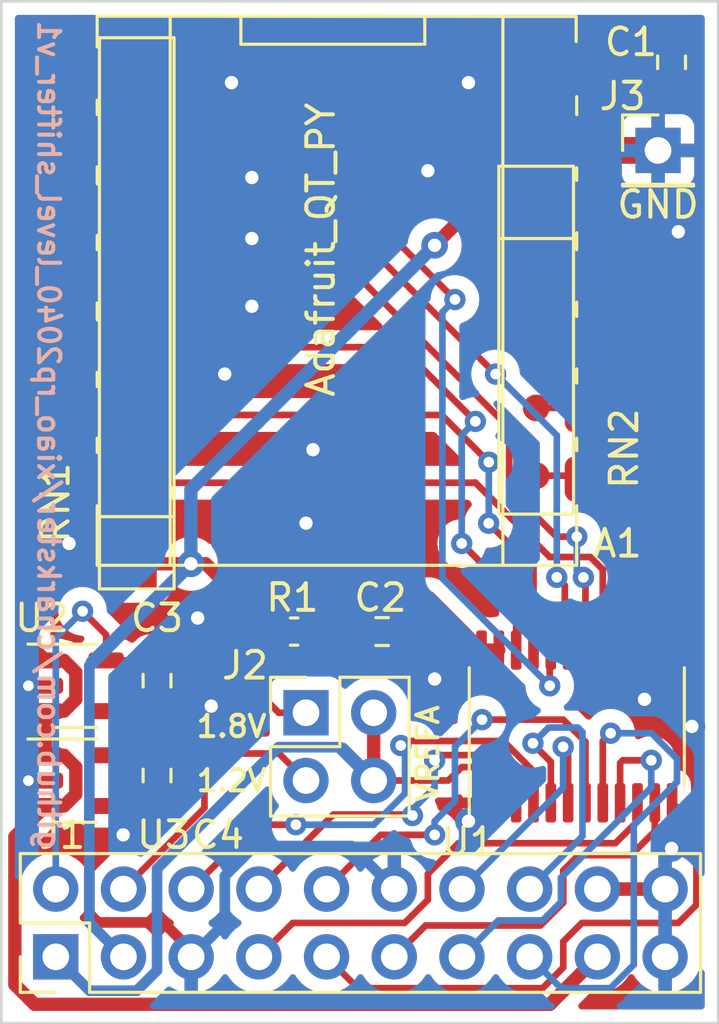
<source format=kicad_pcb>
(kicad_pcb (version 20211014) (generator pcbnew)
  (layers (0 "F.Cu" signal) (31 "B.Cu" signal) (34 "B.Paste" user) (35 "F.Paste" user) (36 "B.SilkS" user "B.Silkscreen") (37 "F.SilkS" user "F.Silkscreen") (38 "B.Mask" user) (39 "F.Mask" user) (44 "Edge.Cuts" user))
  (net 0 "")
  (net 1 "+5V")
  (net 2 "GND")
  (net 3 "+3V3")
  (net 4 "/D10_3V3")
  (net 5 "/D9_3V3")
  (net 6 "/D8_3V3")
  (net 7 "/D7_3V3")
  (net 8 "/D6_3V3")
  (net 9 "/SCL_3V3")
  (net 10 "/SDA_3V3")
  (net 11 "/D3_3V3")
  (net 12 "/D2_3V3")
  (net 13 "/D1_3V3")
  (net 14 "/D0_3V3")
  (net 15 "/VREFB")
  (net 16 "/VREFA")
  (net 17 "/SDA_LV")
  (net 18 "/SCL_LV")
  (net 19 "/D1_LV")
  (net 20 "/D2_LV")
  (net 21 "/D3_LV")
  (net 22 "/D6_LV")
  (net 23 "/D7_LV")
  (net 24 "/D8_LV")
  (net 25 "/D9_LV")
  (net 26 "/D10_LV")
  (net 29 "+1V8")
  (net 30 "+1V2")
  (footprint "Capacitor_SMD:C_0603_1608Metric" (layer "F.Cu") (at 169.989 97.028)
    (fp_text reference "R1" (at -0.063 -1.27) (layer "F.SilkS"))
    (fp_text value "200k" hide)
    (fp_line (start -0.14058 -0.51) (end 0.14058 -0.51) (layer "F.SilkS") (width 0.12))
    (fp_line (start -0.14058 0.51) (end 0.14058 0.51) (layer "F.SilkS") (width 0.12))
    (pad "1" smd roundrect (at -0.775 0) (size 0.9 0.95) (layers "F.Cu" "F.Paste" "F.Mask") (net 3 "+3V3"))
    (pad "2" smd roundrect (at 0.775 0) (size 0.9 0.95) (layers "F.Cu" "F.Paste" "F.Mask") (net 15 "/VREFB"))
  )
  (footprint "xiao_level_shifter_v1:R_Array_SMT5" (layer "F.Cu") (at 179.07 81.026 -90)
    (fp_text reference "RN2" (at 9.144 -3.302 90) (layer "F.SilkS"))
    (fp_text value "R_Network04" hide)
    (fp_line (start 11.6 1.4) (end 11.6 -1.4) (layer "F.SilkS") (width 0.12))
    (fp_line (start 1.27 -1.4) (end 1.27 1.4) (layer "F.SilkS") (width 0.12))
    (fp_line (start -1.44 -1.4) (end -1.44 1.4) (layer "F.SilkS") (width 0.12))
    (fp_line (start -1.44 1.4) (end 11.6 1.4) (layer "F.SilkS") (width 0.12))
    (fp_line (start 11.6 -1.4) (end -1.44 -1.4) (layer "F.SilkS") (width 0.12))
    (pad "1" smd rect (at 0 0 270) (size 1 1) (layers "F.Cu" "F.Paste" "F.Mask") (net 3 "+3V3"))
    (pad "2" smd oval (at 2.54 0 270) (size 1 1) (layers "F.Cu" "F.Paste" "F.Mask") (net 4 "/D10_3V3"))
    (pad "3" smd oval (at 5.08 0 270) (size 1 1) (layers "F.Cu" "F.Paste" "F.Mask") (net 5 "/D9_3V3"))
    (pad "4" smd oval (at 7.62 0 270) (size 1 1) (layers "F.Cu" "F.Paste" "F.Mask") (net 6 "/D8_3V3"))
    (pad "5" smd oval (at 10.16 0 270) (size 1 1) (layers "F.Cu" "F.Paste" "F.Mask") (net 7 "/D7_3V3"))
  )
  (footprint "Connector_PinHeader_2.54mm:PinHeader_1x01_P2.54mm_Vertical" (layer "F.Cu") (at 183.642 78.994)
    (fp_text reference "J3" (at -1.33 -2.032) (layer "F.SilkS"))
    (fp_text value "Conn_01x01" hide)
    (fp_line (start -1.33 1.33) (end 1.33 1.33) (layer "F.SilkS") (width 0.12))
    (fp_line (start -1.33 1.27) (end 1.33 1.27) (layer "F.SilkS") (width 0.12))
    (fp_line (start -1.33 1.27) (end -1.33 1.33) (layer "F.SilkS") (width 0.12))
    (fp_line (start -1.33 -1.33) (end 0 -1.33) (layer "F.SilkS") (width 0.12))
    (fp_line (start -1.33 0) (end -1.33 -1.33) (layer "F.SilkS") (width 0.12))
    (fp_line (start 1.33 1.27) (end 1.33 1.33) (layer "F.SilkS") (width 0.12))
    (pad "1" thru_hole rect (at 0 0) (size 1.7 1.7) (drill 1) (layers *.Cu *.Mask) (net 2 "GND"))
  )
  (footprint "Connector_PinHeader_2.54mm:PinHeader_2x02_P2.54mm_Vertical" (layer "F.Cu") (at 170.434 100.071)
    (fp_text reference "J2" (at -2.286 -1.773) (layer "F.SilkS"))
    (fp_text value "Conn_02x02_Odd_Even" hide)
    (fp_line (start -1.33 -1.33) (end 0 -1.33) (layer "F.SilkS") (width 0.12))
    (fp_line (start -1.33 1.27) (end 1.27 1.27) (layer "F.SilkS") (width 0.12))
    (fp_line (start -1.33 0) (end -1.33 -1.33) (layer "F.SilkS") (width 0.12))
    (fp_line (start -1.33 3.87) (end 3.87 3.87) (layer "F.SilkS") (width 0.12))
    (fp_line (start 1.27 1.27) (end 1.27 -1.33) (layer "F.SilkS") (width 0.12))
    (fp_line (start -1.33 1.27) (end -1.33 3.87) (layer "F.SilkS") (width 0.12))
    (fp_line (start 1.27 -1.33) (end 3.87 -1.33) (layer "F.SilkS") (width 0.12))
    (fp_line (start 3.87 -1.33) (end 3.87 3.87) (layer "F.SilkS") (width 0.12))
    (pad "1" thru_hole rect (at 0 0) (size 1.7 1.7) (drill 1) (layers *.Cu *.Mask) (net 29 "+1V8"))
    (pad "2" thru_hole oval (at 2.54 0) (size 1.7 1.7) (drill 1) (layers *.Cu *.Mask) (net 16 "/VREFA"))
    (pad "3" thru_hole oval (at 0 2.54) (size 1.7 1.7) (drill 1) (layers *.Cu *.Mask) (net 30 "+1V2"))
    (pad "4" thru_hole oval (at 2.54 2.54) (size 1.7 1.7) (drill 1) (layers *.Cu *.Mask) (net 16 "/VREFA"))
  )
  (footprint "Resistor_SMD:R_0603_1608Metric" (layer "F.Cu") (at 184.15 75.692 -90)
    (fp_text reference "C1" (at -0.762 1.524) (layer "F.SilkS"))
    (fp_text value "10uF" hide)
    (fp_line (start -0.237258 -0.5225) (end 0.237258 -0.5225) (layer "F.SilkS") (width 0.12))
    (fp_line (start -0.237258 0.5225) (end 0.237258 0.5225) (layer "F.SilkS") (width 0.12))
    (pad "1" smd roundrect (at -0.825 0 270) (size 0.8 0.95) (layers "F.Cu" "F.Paste" "F.Mask") (net 1 "+5V"))
    (pad "2" smd roundrect (at 0.825 0 270) (size 0.8 0.95) (layers "F.Cu" "F.Paste" "F.Mask") (net 2 "GND"))
  )
  (footprint "Connector_PinHeader_2.54mm:PinHeader_2x10_P2.54mm_Vertical" (layer "F.Cu") (at 161.046 109.22 90)
    (fp_text reference "J1" (at 4.572 0.244) (layer "F.SilkS"))
    (fp_text value "Conn_02x10_Odd_Even" hide)
    (fp_line (start -1.33 -1.33) (end 0 -1.33) (layer "F.SilkS") (width 0.12))
    (fp_line (start -1.33 24.19) (end 3.87 24.19) (layer "F.SilkS") (width 0.12))
    (fp_line (start -1.33 0) (end -1.33 -1.33) (layer "F.SilkS") (width 0.12))
    (fp_line (start 3.87 -1.33) (end 3.87 24.19) (layer "F.SilkS") (width 0.12))
    (fp_line (start -1.33 1.27) (end -1.33 24.19) (layer "F.SilkS") (width 0.12))
    (fp_line (start 1.27 1.27) (end 1.27 -1.33) (layer "F.SilkS") (width 0.12))
    (fp_line (start -1.33 1.27) (end 1.27 1.27) (layer "F.SilkS") (width 0.12))
    (fp_line (start 1.27 -1.33) (end 3.87 -1.33) (layer "F.SilkS") (width 0.12))
    (pad "1" thru_hole rect (at 0 0 90) (size 1.7 1.7) (drill 1) (layers *.Cu *.Mask) (net 16 "/VREFA"))
    (pad "2" thru_hole oval (at 2.54 0 90) (size 1.7 1.7) (drill 1) (layers *.Cu *.Mask) (net 29 "+1V8"))
    (pad "3" thru_hole oval (at 0 2.54 90) (size 1.7 1.7) (drill 1) (layers *.Cu *.Mask) (net 3 "+3V3"))
    (pad "4" thru_hole oval (at 2.54 2.54 90) (size 1.7 1.7) (drill 1) (layers *.Cu *.Mask) (net 30 "+1V2"))
    (pad "5" thru_hole oval (at 0 5.08 90) (size 1.7 1.7) (drill 1) (layers *.Cu *.Mask) (net 2 "GND"))
    (pad "6" thru_hole oval (at 2.54 5.08 90) (size 1.7 1.7) (drill 1) (layers *.Cu *.Mask) (net 18 "/SCL_LV"))
    (pad "7" thru_hole oval (at 0 7.62 90) (size 1.7 1.7) (drill 1) (layers *.Cu *.Mask) (net 24 "/D8_LV"))
    (pad "8" thru_hole oval (at 2.54 7.62 90) (size 1.7 1.7) (drill 1) (layers *.Cu *.Mask) (net 17 "/SDA_LV"))
    (pad "9" thru_hole oval (at 0 10.16 90) (size 1.7 1.7) (drill 1) (layers *.Cu *.Mask) (net 26 "/D10_LV"))
    (pad "10" thru_hole oval (at 2.54 10.16 90) (size 1.7 1.7) (drill 1) (layers *.Cu *.Mask) (net 21 "/D3_LV"))
    (pad "11" thru_hole oval (at 0 12.7 90) (size 1.7 1.7) (drill 1) (layers *.Cu *.Mask) (net 25 "/D9_LV"))
    (pad "12" thru_hole oval (at 2.54 12.7 90) (size 1.7 1.7) (drill 1) (layers *.Cu *.Mask) (net 2 "GND"))
    (pad "13" thru_hole oval (at 0 15.24 90) (size 1.7 1.7) (drill 1) (layers *.Cu *.Mask) (net 23 "/D7_LV"))
    (pad "14" thru_hole oval (at 2.54 15.24 90) (size 1.7 1.7) (drill 1) (layers *.Cu *.Mask) (net 20 "/D2_LV"))
    (pad "15" thru_hole oval (at 0 17.78 90) (size 1.7 1.7) (drill 1) (layers *.Cu *.Mask) (net 22 "/D6_LV"))
    (pad "16" thru_hole oval (at 2.54 17.78 90) (size 1.7 1.7) (drill 1) (layers *.Cu *.Mask) (net 19 "/D1_LV"))
    (pad "17" thru_hole oval (at 0 20.32 90) (size 1.7 1.7) (drill 1) (layers *.Cu *.Mask) (net 1 "+5V"))
    (pad "18" thru_hole oval (at 2.54 20.32 90) (size 1.7 1.7) (drill 1) (layers *.Cu *.Mask) (net 2 "GND"))
    (pad "19" thru_hole oval (at 0 22.86 90) (size 1.7 1.7) (drill 1) (layers *.Cu *.Mask) (net 2 "GND"))
    (pad "20" thru_hole oval (at 2.54 22.86 90) (size 1.7 1.7) (drill 1) (layers *.Cu *.Mask) (net 2 "GND"))
  )
  (footprint "Resistor_SMD:R_0603_1608Metric" (layer "F.Cu") (at 173.291 97.028)
    (fp_text reference "C2" (at -0.063 -1.27) (layer "F.SilkS"))
    (fp_text value "100pF" hide)
    (fp_line (start -0.237258 -0.5225) (end 0.237258 -0.5225) (layer "F.SilkS") (width 0.12))
    (fp_line (start -0.237258 0.5225) (end 0.237258 0.5225) (layer "F.SilkS") (width 0.12))
    (pad "1" smd roundrect (at -0.825 0) (size 0.8 0.95) (layers "F.Cu" "F.Paste" "F.Mask") (net 15 "/VREFB"))
    (pad "2" smd roundrect (at 0.825 0) (size 0.8 0.95) (layers "F.Cu" "F.Paste" "F.Mask") (net 2 "GND"))
  )
  (footprint "xiao_level_shifter_v1:R_Array_SMT8" (layer "F.Cu") (at 164.084 93.99 90)
    (fp_text reference "RN1" (at 1.788 -3.048 90) (layer "F.SilkS"))
    (fp_text value "R_Network07" hide)
    (fp_line (start 1.27 -1.4) (end 1.27 1.4) (layer "F.SilkS") (width 0.12))
    (fp_line (start 19.22 1.4) (end 19.22 -1.4) (layer "F.SilkS") (width 0.12))
    (fp_line (start -1.44 1.4) (end 19.22 1.4) (layer "F.SilkS") (width 0.12))
    (fp_line (start -1.44 -1.4) (end -1.44 1.4) (layer "F.SilkS") (width 0.12))
    (fp_line (start 19.22 -1.4) (end -1.44 -1.4) (layer "F.SilkS") (width 0.12))
    (pad "1" smd rect (at -0.7 0 90) (size 1.5 1.5) (layers "F.Cu" "F.Paste" "F.Mask") (net 3 "+3V3"))
    (pad "2" smd oval (at 2.54 0 90) (size 1 1) (layers "F.Cu" "F.Paste" "F.Mask") (net 8 "/D6_3V3"))
    (pad "3" smd oval (at 5.08 0 90) (size 1 1) (layers "F.Cu" "F.Paste" "F.Mask") (net 9 "/SCL_3V3"))
    (pad "4" smd oval (at 7.62 0 90) (size 1 1) (layers "F.Cu" "F.Paste" "F.Mask") (net 10 "/SDA_3V3"))
    (pad "5" smd oval (at 10.16 0 90) (size 1 1) (layers "F.Cu" "F.Paste" "F.Mask") (net 11 "/D3_3V3"))
    (pad "6" smd oval (at 12.7 0 90) (size 1 1) (layers "F.Cu" "F.Paste" "F.Mask") (net 12 "/D2_3V3"))
    (pad "7" smd oval (at 15.24 0 90) (size 1 1) (layers "F.Cu" "F.Paste" "F.Mask") (net 13 "/D1_3V3"))
    (pad "8" smd oval (at 17.78 0 90) (size 1 1) (layers "F.Cu" "F.Paste" "F.Mask") (net 14 "/D0_3V3"))
  )
  (footprint "Resistor_SMD:R_0603_1608Metric" (layer "F.Cu") (at 164.846 102.425 -90)
    (fp_text reference "C4" (at 2.223 -2.286) (layer "F.SilkS"))
    (fp_text value "10uF" hide)
    (fp_line (start -0.237258 -0.5225) (end 0.237258 -0.5225) (layer "F.SilkS") (width 0.12))
    (fp_line (start -0.237258 0.5225) (end 0.237258 0.5225) (layer "F.SilkS") (width 0.12))
    (pad "1" smd roundrect (at -0.825 0 270) (size 0.8 0.95) (layers "F.Cu" "F.Paste" "F.Mask") (net 30 "+1V2"))
    (pad "2" smd roundrect (at 0.825 0 270) (size 0.8 0.95) (layers "F.Cu" "F.Paste" "F.Mask") (net 2 "GND"))
  )
  (footprint "Package_SO:TSSOP-24_4.4x7.8mm_P0.65mm" (layer "F.Cu") (at 180.594 100.584 90)
    (fp_text reference "U1" (at -4.318 -4.064) (layer "F.SilkS"))
    (fp_text value "NVT2010PW" hide)
    (fp_line (start 0 4.035) (end -2.2 4.035) (layer "F.SilkS") (width 0.12))
    (fp_line (start 0 -4.035) (end 2.2 -4.035) (layer "F.SilkS") (width 0.12))
    (fp_line (start 0 4.035) (end 2.2 4.035) (layer "F.SilkS") (width 0.12))
    (fp_line (start 0 -4.035) (end -3.6 -4.035) (layer "F.SilkS") (width 0.12))
    (pad "1" smd roundrect (at -2.8625 -3.575 90) (size 1.475 0.4) (layers "F.Cu" "F.Paste" "F.Mask") (net 2 "GND"))
    (pad "2" smd roundrect (at -2.8625 -2.925 90) (size 1.475 0.4) (layers "F.Cu" "F.Paste" "F.Mask") (net 16 "/VREFA"))
    (pad "3" smd roundrect (at -2.8625 -2.275 90) (size 1.475 0.4) (layers "F.Cu" "F.Paste" "F.Mask") (net 17 "/SDA_LV"))
    (pad "4" smd roundrect (at -2.8625 -1.625 90) (size 1.475 0.4) (layers "F.Cu" "F.Paste" "F.Mask") (net 18 "/SCL_LV"))
    (pad "5" smd roundrect (at -2.8625 -0.975 90) (size 1.475 0.4) (layers "F.Cu" "F.Paste" "F.Mask") (net 19 "/D1_LV"))
    (pad "6" smd roundrect (at -2.8625 -0.325 90) (size 1.475 0.4) (layers "F.Cu" "F.Paste" "F.Mask") (net 20 "/D2_LV"))
    (pad "7" smd roundrect (at -2.8625 0.325 90) (size 1.475 0.4) (layers "F.Cu" "F.Paste" "F.Mask") (net 21 "/D3_LV"))
    (pad "8" smd roundrect (at -2.8625 0.975 90) (size 1.475 0.4) (layers "F.Cu" "F.Paste" "F.Mask") (net 22 "/D6_LV"))
    (pad "9" smd roundrect (at -2.8625 1.625 90) (size 1.475 0.4) (layers "F.Cu" "F.Paste" "F.Mask") (net 23 "/D7_LV"))
    (pad "10" smd roundrect (at -2.8625 2.275 90) (size 1.475 0.4) (layers "F.Cu" "F.Paste" "F.Mask") (net 24 "/D8_LV"))
    (pad "11" smd roundrect (at -2.8625 2.925 90) (size 1.475 0.4) (layers "F.Cu" "F.Paste" "F.Mask") (net 25 "/D9_LV"))
    (pad "12" smd roundrect (at -2.8625 3.575 90) (size 1.475 0.4) (layers "F.Cu" "F.Paste" "F.Mask") (net 26 "/D10_LV"))
    (pad "13" smd roundrect (at 2.8625 3.575 90) (size 1.475 0.4) (layers "F.Cu" "F.Paste" "F.Mask") (net 4 "/D10_3V3"))
    (pad "14" smd roundrect (at 2.8625 2.925 90) (size 1.475 0.4) (layers "F.Cu" "F.Paste" "F.Mask") (net 5 "/D9_3V3"))
    (pad "15" smd roundrect (at 2.8625 2.275 90) (size 1.475 0.4) (layers "F.Cu" "F.Paste" "F.Mask") (net 6 "/D8_3V3"))
    (pad "16" smd roundrect (at 2.8625 1.625 90) (size 1.475 0.4) (layers "F.Cu" "F.Paste" "F.Mask") (net 7 "/D7_3V3"))
    (pad "17" smd roundrect (at 2.8625 0.975 90) (size 1.475 0.4) (layers "F.Cu" "F.Paste" "F.Mask") (net 8 "/D6_3V3"))
    (pad "18" smd roundrect (at 2.8625 0.325 90) (size 1.475 0.4) (layers "F.Cu" "F.Paste" "F.Mask") (net 11 "/D3_3V3"))
    (pad "19" smd roundrect (at 2.8625 -0.325 90) (size 1.475 0.4) (layers "F.Cu" "F.Paste" "F.Mask") (net 12 "/D2_3V3"))
    (pad "20" smd roundrect (at 2.8625 -0.975 90) (size 1.475 0.4) (layers "F.Cu" "F.Paste" "F.Mask") (net 13 "/D1_3V3"))
    (pad "21" smd roundrect (at 2.8625 -1.625 90) (size 1.475 0.4) (layers "F.Cu" "F.Paste" "F.Mask") (net 9 "/SCL_3V3"))
    (pad "22" smd roundrect (at 2.8625 -2.275 90) (size 1.475 0.4) (layers "F.Cu" "F.Paste" "F.Mask") (net 10 "/SDA_3V3"))
    (pad "23" smd roundrect (at 2.8625 -2.925 90) (size 1.475 0.4) (layers "F.Cu" "F.Paste" "F.Mask") (net 15 "/VREFB"))
    (pad "24" smd roundrect (at 2.8625 -3.575 90) (size 1.475 0.4) (layers "F.Cu" "F.Paste" "F.Mask") (net 15 "/VREFB"))
  )
  (footprint "Package_TO_SOT_SMD:SOT-23-5" (layer "F.Cu") (at 161.798 102.616)
    (fp_text reference "U3" (at 3.302 2.032) (layer "F.SilkS"))
    (fp_text value "AP2112K-1.2" hide)
    (fp_line (start 0 1.56) (end 0.8 1.56) (layer "F.SilkS") (width 0.12))
    (fp_line (start 0 -1.56) (end -1.8 -1.56) (layer "F.SilkS") (width 0.12))
    (fp_line (start 0 -1.56) (end 0.8 -1.56) (layer "F.SilkS") (width 0.12))
    (fp_line (start 0 1.56) (end -0.8 1.56) (layer "F.SilkS") (width 0.12))
    (pad "1" smd roundrect (at -1.1375 -0.95) (size 1.325 0.6) (layers "F.Cu" "F.Paste" "F.Mask") (net 1 "+5V"))
    (pad "2" smd roundrect (at -1.1375 0) (size 1.325 0.6) (layers "F.Cu" "F.Paste" "F.Mask") (net 2 "GND"))
    (pad "3" smd roundrect (at -1.1375 0.95) (size 1.325 0.6) (layers "F.Cu" "F.Paste" "F.Mask") (net 1 "+5V"))
    (pad "4" smd roundrect (at 1.1375 0.95) (size 1.325 0.6) (layers "F.Cu" "F.Paste" "F.Mask"))
    (pad "5" smd roundrect (at 1.1375 -0.95) (size 1.325 0.6) (layers "F.Cu" "F.Paste" "F.Mask") (net 30 "+1V2"))
  )
  (footprint "Package_TO_SOT_SMD:SOT-23-5" (layer "F.Cu") (at 161.798 99.06)
    (fp_text reference "U2" (at -1.27 -2.54) (layer "F.SilkS"))
    (fp_text value "AP2112K-1.8" hide)
    (fp_line (start 0 -1.56) (end 0.8 -1.56) (layer "F.SilkS") (width 0.12))
    (fp_line (start 0 -1.56) (end -1.8 -1.56) (layer "F.SilkS") (width 0.12))
    (fp_line (start 0 1.56) (end -0.8 1.56) (layer "F.SilkS") (width 0.12))
    (fp_line (start 0 1.56) (end 0.8 1.56) (layer "F.SilkS") (width 0.12))
    (pad "1" smd roundrect (at -1.1375 -0.95) (size 1.325 0.6) (layers "F.Cu" "F.Paste" "F.Mask") (net 1 "+5V"))
    (pad "2" smd roundrect (at -1.1375 0) (size 1.325 0.6) (layers "F.Cu" "F.Paste" "F.Mask") (net 2 "GND"))
    (pad "3" smd roundrect (at -1.1375 0.95) (size 1.325 0.6) (layers "F.Cu" "F.Paste" "F.Mask") (net 1 "+5V"))
    (pad "4" smd roundrect (at 1.1375 0.95) (size 1.325 0.6) (layers "F.Cu" "F.Paste" "F.Mask"))
    (pad "5" smd roundrect (at 1.1375 -0.95) (size 1.325 0.6) (layers "F.Cu" "F.Paste" "F.Mask") (net 29 "+1V8"))
  )
  (footprint "xiao_level_shifter_v1:Adafruit_QT_PY_SMT" (layer "F.Cu") (at 173.99 86.614 -90)
    (fp_text reference "A1" (at 7.112 -8.128) (layer "F.SilkS"))
    (fp_text value "Adafruit_QT_PY" (at -3.9 3 90) (layer "F.SilkS"))
    (fp_line (start -11.7 -6.58) (end -12.64 -6.58) (layer "F.SilkS") (width 0.12))
    (fp_line (start 3.63375 -6.6) (end 3.16625 -6.6) (layer "F.SilkS") (width 0.12))
    (fp_line (start -3.9 11.39) (end -4.43375 11.39) (layer "F.SilkS") (width 0.12))
    (fp_line (start -12.6 -0.9) (end -11.6 -0.9) (layer "F.SilkS") (width 0.12))
    (fp_line (start -6.5 -6.6) (end -6.9675 -6.6) (layer "F.SilkS") (width 0.12))
    (fp_line (start 7.93 8.65) (end -12.65 8.65) (layer "F.SilkS") (width 0.12))
    (fp_line (start 7.93 11.39) (end 7.93 -6.58) (layer "F.SilkS") (width 0.12))
    (fp_line (start 5.7 11.39) (end 7.93 11.39) (layer "F.SilkS") (width 0.12))
    (fp_line (start -11.6 6) (end -11.6 -0.8) (layer "F.SilkS") (width 0.12))
    (fp_line (start -12.64 -3.82) (end -12.65 8.62) (layer "F.SilkS") (width 0.12))
    (fp_line (start -1.26625 11.39) (end -1.9 11.39) (layer "F.SilkS") (width 0.12))
    (fp_line (start -8.96625 11.39) (end -9.5 11.39) (layer "F.SilkS") (width 0.12))
    (fp_line (start -12.64 -6.57) (end -12.64 -3.87) (layer "F.SilkS") (width 0.12))
    (fp_line (start -8.965 -6.6) (end -9.635 -6.6) (layer "F.SilkS") (width 0.12))
    (fp_line (start -11.5 11.39) (end -12.6 11.39) (layer "F.SilkS") (width 0.12))
    (fp_line (start 1.23375 11.39) (end 0.7 11.39) (layer "F.SilkS") (width 0.12))
    (fp_line (start -3.9 -6.6) (end -4.535 -6.6) (layer "F.SilkS") (width 0.12))
    (fp_line (start -12.64 -3.83) (end 7.93 -3.83) (layer "F.SilkS") (width 0.12))
    (fp_line (start 7.93375 -6.6) (end 5.7 -6.6) (layer "F.SilkS") (width 0.12))
    (fp_line (start -12.65 8.64) (end -12.65 11.4) (layer "F.SilkS") (width 0.12))
    (fp_line (start 3.7 11.39) (end 3.16625 11.39) (layer "F.SilkS") (width 0.12))
    (fp_line (start -12.6 6) (end -11.6 6) (layer "F.SilkS") (width 0.12))
    (fp_line (start -6.36625 11.39) (end -7 11.39) (layer "F.SilkS") (width 0.12))
    (fp_line (start -1.4 -6.6) (end -1.93375 -6.6) (layer "F.SilkS") (width 0.12))
    (fp_line (start 1.1 -6.6) (end 0.56625 -6.6) (layer "F.SilkS") (width 0.12))
    (pad "1" smd roundrect (at -10.6 -6.9 90) (size 1.7 1.5) (layers "F.Cu" "F.Paste" "F.Mask") (net 1 "+5V"))
    (pad "2" smd roundrect (at -8 -6.9 90) (size 1.7 1.5) (layers "F.Cu" "F.Paste" "F.Mask") (net 2 "GND"))
    (pad "3" smd roundrect (at -5.5 -6.9 90) (size 1.7 1.5) (layers "F.Cu" "F.Paste" "F.Mask") (net 3 "+3V3"))
    (pad "4" smd roundrect (at -2.9 -6.9 90) (size 1.7 1.5) (layers "F.Cu" "F.Paste" "F.Mask") (net 4 "/D10_3V3"))
    (pad "5" smd roundrect (at -0.4 -6.9 90) (size 1.7 1.5) (layers "F.Cu" "F.Paste" "F.Mask") (net 5 "/D9_3V3"))
    (pad "6" smd roundrect (at 2.1 -6.9 90) (size 1.7 1.5) (layers "F.Cu" "F.Paste" "F.Mask") (net 6 "/D8_3V3"))
    (pad "7" smd roundrect (at 4.7 -6.9 90) (size 1.7 1.5) (layers "F.Cu" "F.Paste" "F.Mask") (net 7 "/D7_3V3"))
    (pad "8" smd roundrect (at 4.7 11.7 90) (size 1.7 1.5) (layers "F.Cu" "F.Paste" "F.Mask") (net 8 "/D6_3V3"))
    (pad "9" smd roundrect (at 2.2 11.7 90) (size 1.7 1.5) (layers "F.Cu" "F.Paste" "F.Mask") (net 9 "/SCL_3V3"))
    (pad "10" smd roundrect (at -0.3 11.7 90) (size 1.7 1.5) (layers "F.Cu" "F.Paste" "F.Mask") (net 10 "/SDA_3V3"))
    (pad "11" smd roundrect (at -2.9 11.7 90) (size 1.7 1.5) (layers "F.Cu" "F.Paste" "F.Mask") (net 11 "/D3_3V3"))
    (pad "12" smd roundrect (at -5.4 11.7 90) (size 1.7 1.5) (layers "F.Cu" "F.Paste" "F.Mask") (net 12 "/D2_3V3"))
    (pad "13" smd roundrect (at -8 11.7 90) (size 1.7 1.5) (layers "F.Cu" "F.Paste" "F.Mask") (net 13 "/D1_3V3"))
    (pad "14" smd roundrect (at -10.5 11.7 90) (size 1.7 1.5) (layers "F.Cu" "F.Paste" "F.Mask") (net 14 "/D0_3V3"))
  )
  (footprint "Resistor_SMD:R_0603_1608Metric" (layer "F.Cu") (at 164.846 98.869 -90)
    (fp_text reference "C3" (at -2.349 0) (layer "F.SilkS"))
    (fp_text value "10uF" hide)
    (fp_line (start -0.237258 0.5225) (end 0.237258 0.5225) (layer "F.SilkS") (width 0.12))
    (fp_line (start -0.237258 -0.5225) (end 0.237258 -0.5225) (layer "F.SilkS") (width 0.12))
    (pad "1" smd roundrect (at -0.825 0 270) (size 0.8 0.95) (layers "F.Cu" "F.Paste" "F.Mask") (net 29 "+1V8"))
    (pad "2" smd roundrect (at 0.825 0 270) (size 0.8 0.95) (layers "F.Cu" "F.Paste" "F.Mask") (net 2 "GND"))
  )
  (gr_line (start 159.004 73.406) (end 159.004 111.7) (layer "Edge.Cuts") (width 0.1))
  (gr_line (start 185.9 111.7) (end 185.9 73.406) (layer "Edge.Cuts") (width 0.1))
  (gr_line (start 185.9 73.406) (end 159.004 73.406) (layer "Edge.Cuts") (width 0.1))
  (gr_line (start 159.004 111.7) (end 185.9 111.7) (layer "Edge.Cuts") (width 0.1))
  (gr_text "github.com/charkster/xiao_rp2040_level_shifter_v1" (at 160.782 89.662 -90) (layer "B.SilkS") (effects (font (size 0.8 0.8)) (justify mirror)))
  (gr_text "1.8V" (at 167.64 100.584) (layer "F.SilkS") (effects (font (size 0.8 0.8))))
  (gr_text "VREFA" (at 175.006 101.6 90) (layer "F.SilkS") (effects (font (size 0.8 0.8))))
  (gr_text "GND\n" (at 183.642 81.026) (layer "F.SilkS") (effects (font (size 1 1))))
  (gr_text "1.2V" (at 167.64 102.616) (layer "F.SilkS") (effects (font (size 0.8 0.8))))
  (segment (start 161.798 74.168) (end 160.086489 75.879511) (width 0.5) (layer "F.Cu") (net 1))
  (segment (start 181.366 109.22) (end 179.588 110.998) (width 0.5) (layer "F.Cu") (net 1))
  (segment (start 160.086489 75.879511) (end 160.086489 97.535989) (width 0.5) (layer "F.Cu") (net 1))
  (segment (start 160.247489 110.998) (end 159.512 110.262511) (width 0.5) (layer "F.Cu") (net 1))
  (segment (start 161.356 101.666) (end 161.798 102.108) (width 0.5) (layer "F.Cu") (net 1))
  (segment (start 160.6605 100.01) (end 160.6605 101.666) (width 0.5) (layer "F.Cu") (net 1))
  (segment (start 161.798 102.108) (end 161.798 103.124) (width 0.5) (layer "F.Cu") (net 1))
  (segment (start 159.512 104.7145) (end 160.6605 103.566) (width 0.5) (layer "F.Cu") (net 1))
  (segment (start 161.798 99.568) (end 161.356 100.01) (width 0.5) (layer "F.Cu") (net 1))
  (segment (start 161.798 103.124) (end 161.356 103.566) (width 0.5) (layer "F.Cu") (net 1))
  (segment (start 179.588 110.998) (end 160.247489 110.998) (width 0.5) (layer "F.Cu") (net 1))
  (segment (start 160.086489 97.535989) (end 160.6605 98.11) (width 0.5) (layer "F.Cu") (net 1))
  (segment (start 160.6605 98.11) (end 161.356 98.11) (width 0.5) (layer "F.Cu") (net 1))
  (segment (start 184.15 74.867) (end 182.037 74.867) (width 0.5) (layer "F.Cu") (net 1))
  (segment (start 161.356 100.01) (end 160.6605 100.01) (width 0.5) (layer "F.Cu") (net 1))
  (segment (start 161.356 103.566) (end 160.6605 103.566) (width 0.5) (layer "F.Cu") (net 1))
  (segment (start 159.512 110.262511) (end 159.512 104.7145) (width 0.5) (layer "F.Cu") (net 1))
  (segment (start 161.356 98.11) (end 161.798 98.552) (width 0.5) (layer "F.Cu") (net 1))
  (segment (start 161.798 98.552) (end 161.798 99.568) (width 0.5) (layer "F.Cu") (net 1))
  (segment (start 180.89 76.014) (end 179.044 74.168) (width 0.5) (layer "F.Cu") (net 1))
  (segment (start 160.6605 101.666) (end 161.356 101.666) (width 0.5) (layer "F.Cu") (net 1))
  (segment (start 182.037 74.867) (end 180.89 76.014) (width 0.5) (layer "F.Cu") (net 1))
  (segment (start 179.044 74.168) (end 161.798 74.168) (width 0.5) (layer "F.Cu") (net 1))
  (segment (start 165.079511 107.929511) (end 162.539511 107.929511) (width 0.4) (layer "F.Cu") (net 2))
  (segment (start 181.27 78.994) (end 183.642 78.994) (width 1) (layer "F.Cu") (net 2))
  (segment (start 166.126 108.976) (end 166.126 109.22) (width 0.5) (layer "F.Cu") (net 2))
  (segment (start 183.642 77.025) (end 184.15 76.517) (width 0.5) (layer "F.Cu") (net 2))
  (segment (start 176.53 104.13598) (end 176.53 103.9355) (width 0.25) (layer "F.Cu") (net 2))
  (segment (start 163.576 104.648) (end 162.306 105.918) (width 0.4) (layer "F.Cu") (net 2))
  (segment (start 183.642 78.994) (end 183.642 77.025) (width 0.5) (layer "F.Cu") (net 2))
  (segment (start 183.906 106.68) (end 181.366 106.68) (width 0.5) (layer "F.Cu") (net 2))
  (segment (start 176.53 103.9355) (end 177.019 103.4465) (width 0.25) (layer "F.Cu") (net 2))
  (segment (start 166.126 108.976) (end 165.079511 107.929511) (width 0.4) (layer "F.Cu") (net 2))
  (segment (start 162.306 105.918) (end 162.306 107.696) (width 0.4) (layer "F.Cu") (net 2))
  (segment (start 180.89 78.614) (end 181.27 78.994) (width 0.25) (layer "F.Cu") (net 2))
  (segment (start 162.539511 107.929511) (end 162.306 107.696) (width 0.4) (layer "F.Cu") (net 2))
  (via (at 170.695199 90.211794) (size 1) (drill 0.5) (layers "F.Cu" "B.Cu") (net 2))
  (via (at 166.878 99.822) (size 1) (drill 0.5) (layers "F.Cu" "B.Cu") (net 2))
  (via (at 163.576 104.648) (size 1) (drill 0.5) (layers "F.Cu" "B.Cu") (net 2))
  (via (at 170.434 92.964) (size 1) (drill 0.5) (layers "F.Cu" "B.Cu") (net 2))
  (via (at 166.37 96.52) (size 1) (drill 0.5) (layers "F.Cu" "B.Cu") (net 2))
  (via (at 168.402 84.836) (size 1) (drill 0.5) (layers "F.Cu" "B.Cu") (net 2))
  (via (at 167.386 87.376) (size 1) (drill 0.5) (layers "F.Cu" "B.Cu") (net 2))
  (via (at 183.134 99.568) (size 1) (drill 0.5) (layers "F.Cu" "B.Cu") (net 2))
  (via (at 161.544 93.726) (size 1) (drill 0.5) (layers "F.Cu" "B.Cu") (net 2))
  (via (at 168.402 80.01) (size 1) (drill 0.5) (layers "F.Cu" "B.Cu") (net 2))
  (via (at 184.15 105.156) (size 1) (drill 0.5) (layers "F.Cu" "B.Cu") (net 2))
  (via (at 160.02 102.616) (size 0.8) (drill 0.4) (layers "F.Cu" "B.Cu") (net 2))
  (via (at 160.02 99.06) (size 0.8) (drill 0.4) (layers "F.Cu" "B.Cu") (net 2))
  (via (at 175.26 98.806) (size 1) (drill 0.5) (layers "F.Cu" "B.Cu") (net 2))
  (via (at 184.404 82.042) (size 1) (drill 0.5) (layers "F.Cu" "B.Cu") (net 2))
  (via (at 176.53 104.13598) (size 1) (drill 0.5) (layers "F.Cu" "B.Cu") (net 2))
  (via (at 184.912 100.584) (size 1) (drill 0.5) (layers "F.Cu" "B.Cu") (net 2))
  (via (at 168.402 82.296) (size 1) (drill 0.5) (layers "F.Cu" "B.Cu") (net 2))
  (via (at 176.53 76.454) (size 1) (drill 0.5) (layers "F.Cu" "B.Cu") (net 2))
  (via (at 175.006 79.756) (size 1) (drill 0.5) (layers "F.Cu" "B.Cu") (net 2))
  (via (at 167.64 76.454) (size 1) (drill 0.5) (layers "F.Cu" "B.Cu") (net 2))
  (segment (start 166.126 109.22) (end 167.386 107.96) (width 0.4) (layer "B.Cu") (net 2))
  (segment (start 183.906 109.22) (end 183.906 106.68) (width 0.5) (layer "B.Cu") (net 2))
  (segment (start 168.99431 105.067212) (end 172.133212 105.067212) (width 0.4) (layer "B.Cu") (net 2))
  (segment (start 168.919299 104.992201) (end 168.99431 105.067212) (width 0.4) (layer "B.Cu") (net 2))
  (segment (start 167.386 107.96) (end 167.386 106.192924) (width 0.4) (layer "B.Cu") (net 2))
  (segment (start 168.586723 104.992201) (end 168.919299 104.992201) (width 0.4) (layer "B.Cu") (net 2))
  (segment (start 167.386 106.192924) (end 168.586723 104.992201) (width 0.4) (layer "B.Cu") (net 2))
  (segment (start 172.133212 105.067212) (end 173.746 106.68) (width 0.4) (layer "B.Cu") (net 2))
  (segment (start 164.286 94.488) (end 164.084 94.69) (width 0.25) (layer "F.Cu") (net 3))
  (segment (start 176.784 81.026) (end 175.26 82.55) (width 0.5) (layer "F.Cu") (net 3))
  (segment (start 180.802 81.026) (end 180.89 81.114) (width 0.25) (layer "F.Cu") (net 3))
  (segment (start 166.674 94.488) (end 169.214 97.028) (width 0.5) (layer "F.Cu") (net 3))
  (segment (start 166.116 94.488) (end 166.674 94.488) (width 0.5) (layer "F.Cu") (net 3))
  (segment (start 166.116 94.488) (end 164.286 94.488) (width 0.5) (layer "F.Cu") (net 3))
  (segment (start 179.07 81.026) (end 176.784 81.026) (width 0.5) (layer "F.Cu") (net 3))
  (segment (start 179.07 81.026) (end 180.802 81.026) (width 0.5) (layer "F.Cu") (net 3))
  (via (at 166.116 94.488) (size 1) (drill 0.5) (layers "F.Cu" "B.Cu") (net 3))
  (via (at 175.26 82.55) (size 1) (drill 0.5) (layers "F.Cu" "B.Cu") (net 3))
  (segment (start 166.116 94.488) (end 162.411489 98.192511) (width 0.5) (layer "B.Cu") (net 3))
  (segment (start 175.26 82.55) (end 166.116 91.694) (width 0.5) (layer "B.Cu") (net 3))
  (segment (start 162.306 107.94) (end 162.411489 108.045489) (width 0.4) (layer "B.Cu") (net 3))
  (segment (start 166.116 91.694) (end 166.116 94.488) (width 0.5) (layer "B.Cu") (net 3))
  (segment (start 162.306 98.298) (end 162.306 107.94) (width 0.4) (layer "B.Cu") (net 3))
  (segment (start 162.411489 108.045489) (end 163.586 109.22) (width 0.4) (layer "B.Cu") (net 3))
  (segment (start 162.411489 98.192511) (end 162.306 98.298) (width 0.4) (layer "B.Cu") (net 3))
  (segment (start 179.07 83.566) (end 180.742 83.566) (width 0.25) (layer "F.Cu") (net 4))
  (segment (start 181.038 83.566) (end 181.61 83.566) (width 0.25) (layer "F.Cu") (net 4))
  (segment (start 180.89 83.714) (end 181.038 83.566) (width 0.25) (layer "F.Cu") (net 4))
  (segment (start 181.61 83.566) (end 184.169 86.125) (width 0.25) (layer "F.Cu") (net 4))
  (segment (start 184.169 86.125) (end 184.169 97.7215) (width 0.25) (layer "F.Cu") (net 4))
  (segment (start 180.742 83.566) (end 180.89 83.714) (width 0.25) (layer "F.Cu") (net 4))
  (segment (start 183.642 86.36) (end 183.642 97.5985) (width 0.25) (layer "F.Cu") (net 5))
  (segment (start 180.782 86.106) (end 180.89 86.214) (width 0.25) (layer "F.Cu") (net 5))
  (segment (start 183.496 86.214) (end 183.642 86.36) (width 0.25) (layer "F.Cu") (net 5))
  (segment (start 179.07 86.106) (end 180.782 86.106) (width 0.25) (layer "F.Cu") (net 5))
  (segment (start 180.89 86.214) (end 183.496 86.214) (width 0.25) (layer "F.Cu") (net 5))
  (segment (start 183.642 97.5985) (end 183.519 97.7215) (width 0.25) (layer "F.Cu") (net 5))
  (segment (start 180.822 88.646) (end 180.89 88.714) (width 0.25) (layer "F.Cu") (net 6))
  (segment (start 180.958 88.646) (end 182.626 88.646) (width 0.25) (layer "F.Cu") (net 6))
  (segment (start 182.626 88.646) (end 182.869 88.889) (width 0.25) (layer "F.Cu") (net 6))
  (segment (start 182.869 88.889) (end 182.869 97.7215) (width 0.25) (layer "F.Cu") (net 6))
  (segment (start 180.89 88.714) (end 180.958 88.646) (width 0.25) (layer "F.Cu") (net 6))
  (segment (start 179.07 88.646) (end 180.822 88.646) (width 0.25) (layer "F.Cu") (net 6))
  (segment (start 181.016 91.44) (end 182.118 91.44) (width 0.25) (layer "F.Cu") (net 7))
  (segment (start 182.118 91.44) (end 182.219 91.541) (width 0.25) (layer "F.Cu") (net 7))
  (segment (start 182.219 91.541) (end 182.219 97.7215) (width 0.25) (layer "F.Cu") (net 7))
  (segment (start 179.07 91.186) (end 180.762 91.186) (width 0.25) (layer "F.Cu") (net 7))
  (segment (start 180.762 91.186) (end 180.89 91.314) (width 0.25) (layer "F.Cu") (net 7))
  (segment (start 180.89 91.314) (end 181.016 91.44) (width 0.25) (layer "F.Cu") (net 7))
  (segment (start 176.774 91.45) (end 176.784 91.44) (width 0.25) (layer "F.Cu") (net 8))
  (segment (start 176.784 91.44) (end 179.578 94.234) (width 0.25) (layer "F.Cu") (net 8))
  (segment (start 162.426 91.45) (end 162.29 91.314) (width 0.25) (layer "F.Cu") (net 8))
  (segment (start 164.084 91.45) (end 176.774 91.45) (width 0.25) (layer "F.Cu") (net 8))
  (segment (start 179.578 94.234) (end 181.102 94.234) (width 0.25) (layer "F.Cu") (net 8))
  (segment (start 164.084 91.45) (end 162.426 91.45) (width 0.25) (layer "F.Cu") (net 8))
  (segment (start 181.569 94.701) (end 181.569 97.7215) (width 0.25) (layer "F.Cu") (net 8))
  (segment (start 181.102 94.234) (end 181.569 94.701) (width 0.25) (layer "F.Cu") (net 8))
  (segment (start 162.386 88.91) (end 162.29 88.814) (width 0.25) (layer "F.Cu") (net 9))
  (segment (start 178.969 94.649598) (end 178.969 97.7215) (width 0.25) (layer "F.Cu") (net 9))
  (segment (start 175.524 88.91) (end 177.292 90.678) (width 0.25) (layer "F.Cu") (net 9))
  (segment (start 177.287701 92.968299) (end 178.969 94.649598) (width 0.25) (layer "F.Cu") (net 9))
  (segment (start 164.084 88.91) (end 175.524 88.91) (width 0.25) (layer "F.Cu") (net 9))
  (segment (start 164.084 88.91) (end 162.386 88.91) (width 0.25) (layer "F.Cu") (net 9))
  (via (at 177.292 90.678) (size 0.8) (drill 0.4) (layers "F.Cu" "B.Cu") (net 9))
  (via (at 177.287701 92.968299) (size 0.8) (drill 0.4) (layers "F.Cu" "B.Cu") (net 9))
  (segment (start 177.292 90.678) (end 177.292 92.964) (width 0.25) (layer "B.Cu") (net 9))
  (segment (start 177.292 92.964) (end 177.287701 92.968299) (width 0.25) (layer "B.Cu") (net 9))
  (segment (start 178.319 95.769) (end 178.319 97.7215) (width 0.25) (layer "F.Cu") (net 10))
  (segment (start 174.008598 86.37) (end 176.788299 89.149701) (width 0.25) (layer "F.Cu") (net 10))
  (segment (start 162.346 86.37) (end 162.29 86.314) (width 0.25) (layer "F.Cu") (net 10))
  (segment (start 164.084 86.37) (end 162.346 86.37) (width 0.25) (layer "F.Cu") (net 10))
  (segment (start 176.276 93.726) (end 178.319 95.769) (width 0.25) (layer "F.Cu") (net 10))
  (segment (start 164.084 86.37) (end 174.008598 86.37) (width 0.25) (layer "F.Cu") (net 10))
  (via (at 176.276 93.726) (size 0.8) (drill 0.4) (layers "F.Cu" "B.Cu") (net 10))
  (via (at 176.788299 89.149701) (size 0.8) (drill 0.4) (layers "F.Cu" "B.Cu") (net 10))
  (segment (start 176.276 89.662) (end 176.276 93.726) (width 0.25) (layer "B.Cu") (net 10))
  (segment (start 176.788299 89.149701) (end 176.276 89.662) (width 0.25) (layer "B.Cu") (net 10))
  (segment (start 164.084 83.83) (end 162.406 83.83) (width 0.25) (layer "F.Cu") (net 11))
  (segment (start 179.832 93.472) (end 180.594 93.472) (width 0.25) (layer "F.Cu") (net 11))
  (segment (start 164.084 83.83) (end 172.493212 83.83) (width 0.25) (layer "F.Cu") (net 11))
  (segment (start 162.406 83.83) (end 162.29 83.714) (width 0.25) (layer "F.Cu") (net 11))
  (segment (start 180.841951 94.998549) (end 180.919 95.075598) (width 0.25) (layer "F.Cu") (net 11))
  (segment (start 172.493212 83.83) (end 178.054 89.390788) (width 0.25) (layer "F.Cu") (net 11))
  (segment (start 178.054 91.694) (end 179.832 93.472) (width 0.25) (layer "F.Cu") (net 11))
  (segment (start 180.919 95.075598) (end 180.919 97.7215) (width 0.25) (layer "F.Cu") (net 11))
  (segment (start 178.054 89.390788) (end 178.054 91.694) (width 0.25) (layer "F.Cu") (net 11))
  (via (at 180.841951 94.998549) (size 0.8) (drill 0.4) (layers "F.Cu" "B.Cu") (net 11))
  (via (at 180.594 93.472) (size 0.8) (drill 0.4) (layers "F.Cu" "B.Cu") (net 11))
  (segment (start 180.594 94.750598) (end 180.841951 94.998549) (width 0.25) (layer "B.Cu") (net 11))
  (segment (start 180.594 93.472) (end 180.594 94.750598) (width 0.25) (layer "B.Cu") (net 11))
  (segment (start 164.084 81.29) (end 171.46 81.29) (width 0.25) (layer "F.Cu") (net 12))
  (segment (start 179.842454 94.995179) (end 180.14352 95.296245) (width 0.25) (layer "F.Cu") (net 12))
  (segment (start 162.366 81.29) (end 162.29 81.214) (width 0.25) (layer "F.Cu") (net 12))
  (segment (start 164.084 81.29) (end 162.366 81.29) (width 0.25) (layer "F.Cu") (net 12))
  (segment (start 171.46 81.29) (end 177.546 87.376) (width 0.25) (layer "F.Cu") (net 12))
  (segment (start 180.14352 95.296245) (end 180.14352 97.282) (width 0.25) (layer "F.Cu") (net 12))
  (via (at 179.842454 94.995179) (size 0.8) (drill 0.4) (layers "F.Cu" "B.Cu") (net 12))
  (via (at 177.546 87.376) (size 0.8) (drill 0.4) (layers "F.Cu" "B.Cu") (net 12))
  (segment (start 179.842454 89.672454) (end 179.842454 94.995179) (width 0.25) (layer "B.Cu") (net 12))
  (segment (start 177.546 87.376) (end 179.842454 89.672454) (width 0.25) (layer "B.Cu") (net 12))
  (segment (start 179.578 97.7625) (end 179.619 97.7215) (width 0.25) (layer "F.Cu") (net 13))
  (segment (start 164.084 78.75) (end 170.19 78.75) (width 0.25) (layer "F.Cu") (net 13))
  (segment (start 164.084 78.75) (end 162.426 78.75) (width 0.25) (layer "F.Cu") (net 13))
  (segment (start 162.426 78.75) (end 162.29 78.614) (width 0.25) (layer "F.Cu") (net 13))
  (segment (start 179.578 99.06) (end 179.578 97.7625) (width 0.25) (layer "F.Cu") (net 13))
  (segment (start 170.19 78.75) (end 176.022 84.582) (width 0.25) (layer "F.Cu") (net 13))
  (via (at 179.578 99.06) (size 0.8) (drill 0.4) (layers "F.Cu" "B.Cu") (net 13))
  (via (at 176.022 84.582) (size 0.8) (drill 0.4) (layers "F.Cu" "B.Cu") (net 13))
  (segment (start 175.551489 95.033489) (end 179.578 99.06) (width 0.25) (layer "B.Cu") (net 13))
  (segment (start 176.022 84.582) (end 175.551489 85.052511) (width 0.25) (layer "B.Cu") (net 13))
  (segment (start 175.551489 85.052511) (end 175.551489 95.033489) (width 0.25) (layer "B.Cu") (net 13))
  (segment (start 164.084 76.21) (end 162.386 76.21) (width 0.25) (layer "F.Cu") (net 14))
  (segment (start 162.386 76.21) (end 162.29 76.114) (width 0.25) (layer "F.Cu") (net 14))
  (segment (start 172.466 97.028) (end 170.764 97.028) (width 0.5) (layer "F.Cu") (net 15))
  (segment (start 175.0555 95.758) (end 177.019 97.7215) (width 0.5) (layer "F.Cu") (net 15))
  (segment (start 177.019 97.7215) (end 177.669 97.7215) (width 0.5) (layer "F.Cu") (net 15))
  (segment (start 172.466 97.028) (end 172.466 95.758) (width 0.5) (layer "F.Cu") (net 15))
  (segment (start 172.466 95.758) (end 175.0555 95.758) (width 0.5) (layer "F.Cu") (net 15))
  (segment (start 177.669 103.4465) (end 177.669 102.231) (width 0.25) (layer "F.Cu") (net 16))
  (segment (start 175.773 102.611) (end 176.276 102.108) (width 0.25) (layer "F.Cu") (net 16))
  (segment (start 176.276 102.108) (end 177.546 102.108) (width 0.25) (layer "F.Cu") (net 16))
  (segment (start 173.487 100.584) (end 172.974 100.071) (width 0.25) (layer "F.Cu") (net 16))
  (segment (start 172.974 100.071) (end 172.974 102.611) (width 0.5) (layer "F.Cu") (net 16))
  (segment (start 172.974 102.611) (end 175.773 102.611) (width 0.25) (layer "F.Cu") (net 16))
  (segment (start 177.546 102.108) (end 177.669 102.231) (width 0.25) (layer "F.Cu") (net 16))
  (segment (start 169.402511 101.361489) (end 171.724489 101.361489) (width 0.4) (layer "B.Cu") (net 16))
  (segment (start 171.724489 101.361489) (end 171.799489 101.436489) (width 0.4) (layer "B.Cu") (net 16))
  (segment (start 164.084 110.49) (end 164.846 109.728) (width 0.4) (layer "B.Cu") (net 16))
  (segment (start 171.799489 101.436489) (end 172.974 102.611) (width 0.5) (layer "B.Cu") (net 16))
  (segment (start 164.846 109.728) (end 164.846 105.918) (width 0.4) (layer "B.Cu") (net 16))
  (segment (start 162.316 110.49) (end 164.084 110.49) (width 0.4) (layer "B.Cu") (net 16))
  (segment (start 164.846 105.918) (end 169.402511 101.361489) (width 0.4) (layer "B.Cu") (net 16))
  (segment (start 161.046 109.22) (end 162.316 110.49) (width 0.4) (layer "B.Cu") (net 16))
  (segment (start 174.390864 103.886) (end 171.46 103.886) (width 0.25) (layer "F.Cu") (net 17))
  (segment (start 174.428364 103.9235) (end 174.390864 103.886) (width 0.25) (layer "F.Cu") (net 17))
  (segment (start 175.45552 101.65848) (end 177.732197 101.65848) (width 0.25) (layer "F.Cu") (net 17))
  (segment (start 177.732197 101.65848) (end 178.319 102.245282) (width 0.25) (layer "F.Cu") (net 17))
  (segment (start 178.319 102.245282) (end 178.319 103.4465) (width 0.25) (layer "F.Cu") (net 17))
  (segment (start 171.46 103.886) (end 168.666 106.68) (width 0.25) (layer "F.Cu") (net 17))
  (segment (start 175.26 101.854) (end 175.45552 101.65848) (width 0.25) (layer "F.Cu") (net 17))
  (via (at 174.428364 103.9235) (size 0.8) (drill 0.4) (layers "F.Cu" "B.Cu") (net 17))
  (via (at 175.26 101.854) (size 0.8) (drill 0.4) (layers "F.Cu" "B.Cu") (net 17))
  (segment (start 174.428364 103.701636) (end 175.26 102.87) (width 0.25) (layer "B.Cu") (net 17))
  (segment (start 175.26 102.87) (end 175.26 101.854) (width 0.25) (layer "B.Cu") (net 17))
  (segment (start 174.428364 103.9235) (end 174.428364 103.701636) (width 0.25) (layer "B.Cu") (net 17))
  (segment (start 178.969 102.259566) (end 178.969 103.4465) (width 0.25) (layer "F.Cu") (net 18))
  (segment (start 168.538299 104.267701) (end 166.126 106.68) (width 0.25) (layer "F.Cu") (net 18))
  (segment (start 174.160087 101.129489) (end 177.838923 101.129489) (width 0.25) (layer "F.Cu") (net 18))
  (segment (start 170.053701 104.267701) (end 168.538299 104.267701) (width 0.25) (layer "F.Cu") (net 18))
  (segment (start 177.838923 101.129489) (end 178.969 102.259566) (width 0.25) (layer "F.Cu") (net 18))
  (segment (start 173.99 101.299576) (end 174.160087 101.129489) (width 0.25) (layer "F.Cu") (net 18))
  (via (at 170.053701 104.267701) (size 0.8) (drill 0.4) (layers "F.Cu" "B.Cu") (net 18))
  (via (at 173.99 101.299576) (size 0.8) (drill 0.4) (layers "F.Cu" "B.Cu") (net 18))
  (segment (start 173.99 101.299576) (end 174.148511 101.458087) (width 0.25) (layer "B.Cu") (net 18))
  (segment (start 172.978309 104.267701) (end 170.053701 104.267701) (width 0.25) (layer "B.Cu") (net 18))
  (segment (start 174.148511 103.097499) (end 172.978309 104.267701) (width 0.25) (layer "B.Cu") (net 18))
  (segment (start 174.148511 101.458087) (end 174.148511 103.097499) (width 0.25) (layer "B.Cu") (net 18))
  (segment (start 179.619 101.912212) (end 178.948016 101.241228) (width 0.25) (layer "F.Cu") (net 19))
  (segment (start 178.948016 101.241228) (end 178.948016 101.213984) (width 0.25) (layer "F.Cu") (net 19))
  (segment (start 179.619 103.4465) (end 179.619 101.912212) (width 0.25) (layer "F.Cu") (net 19))
  (via (at 178.948016 101.213984) (size 0.8) (drill 0.4) (layers "F.Cu" "B.Cu") (net 19))
  (segment (start 180.635788 100.625788) (end 180.806212 100.796212) (width 0.25) (layer "B.Cu") (net 19))
  (segment (start 180.806212 104.699788) (end 178.826 106.68) (width 0.25) (layer "B.Cu") (net 19))
  (segment (start 179.536212 100.625788) (end 180.635788 100.625788) (width 0.25) (layer "B.Cu") (net 19))
  (segment (start 178.948016 101.213984) (end 179.536212 100.625788) (width 0.25) (layer "B.Cu") (net 19))
  (segment (start 180.806212 100.796212) (end 180.806212 104.699788) (width 0.25) (layer "B.Cu") (net 19))
  (segment (start 180.269 101.537598) (end 180.269 103.4465) (width 0.25) (layer "F.Cu") (net 20))
  (segment (start 180.081701 101.350299) (end 180.269 101.537598) (width 0.25) (layer "F.Cu") (net 20))
  (via (at 180.081701 101.350299) (size 0.8) (drill 0.4) (layers "F.Cu" "B.Cu") (net 20))
  (segment (start 180.081701 102.884299) (end 176.286 106.68) (width 0.25) (layer "B.Cu") (net 20))
  (segment (start 180.081701 101.350299) (end 180.081701 102.884299) (width 0.25) (layer "B.Cu") (net 20))
  (segment (start 171.206 106.68) (end 173.238 104.648) (width 0.25) (layer "F.Cu") (net 21))
  (segment (start 173.238 104.648) (end 175.26 104.648) (width 0.25) (layer "F.Cu") (net 21))
  (segment (start 180.919 101.163) (end 180.919 103.4465) (width 0.25) (layer "F.Cu") (net 21))
  (segment (start 180.086 100.33) (end 180.919 101.163) (width 0.25) (layer "F.Cu") (net 21))
  (segment (start 177.038 100.33) (end 180.086 100.33) (width 0.25) (layer "F.Cu") (net 21))
  (via (at 175.26 104.648) (size 0.8) (drill 0.4) (layers "F.Cu" "B.Cu") (net 21))
  (via (at 177.038 100.33) (size 0.8) (drill 0.4) (layers "F.Cu" "B.Cu") (net 21))
  (segment (start 176.022 103.378) (end 175.26 104.14) (width 0.25) (layer "B.Cu") (net 21))
  (segment (start 176.022 101.346) (end 176.022 103.378) (width 0.25) (layer "B.Cu") (net 21))
  (segment (start 177.038 100.33) (end 176.022 101.346) (width 0.25) (layer "B.Cu") (net 21))
  (segment (start 175.26 104.14) (end 175.26 104.648) (width 0.25) (layer "B.Cu") (net 21))
  (segment (start 181.569 101.133) (end 181.569 103.4465) (width 0.25) (layer "F.Cu") (net 22))
  (segment (start 181.864 100.838) (end 181.569 101.133) (width 0.25) (layer "F.Cu") (net 22))
  (via (at 181.864 100.838) (size 0.8) (drill 0.4) (layers "F.Cu" "B.Cu") (net 22))
  (segment (start 182.731489 104.288511) (end 184.352944 102.667056) (width 0.25) (layer "B.Cu") (net 22))
  (segment (start 183.396614 100.838) (end 181.864 100.838) (width 0.25) (layer "B.Cu") (net 22))
  (segment (start 181.852499 110.394511) (end 182.731489 109.515521) (width 0.25) (layer "B.Cu") (net 22))
  (segment (start 178.826 109.22) (end 180.000511 110.394511) (width 0.25) (layer "B.Cu") (net 22))
  (segment (start 184.352944 102.667056) (end 184.352944 101.79433) (width 0.25) (layer "B.Cu") (net 22))
  (segment (start 182.731489 109.515521) (end 182.731489 104.288511) (width 0.25) (layer "B.Cu") (net 22))
  (segment (start 180.000511 110.394511) (end 181.852499 110.394511) (width 0.25) (layer "B.Cu") (net 22))
  (segment (start 184.352944 101.79433) (end 183.396614 100.838) (width 0.25) (layer "B.Cu") (net 22))
  (segment (start 183.388 101.854) (end 182.32 101.854) (width 0.25) (layer "F.Cu") (net 23))
  (segment (start 182.219 101.955) (end 182.219 103.4465) (width 0.25) (layer "F.Cu") (net 23))
  (segment (start 182.32 101.854) (end 182.219 101.955) (width 0.25) (layer "F.Cu") (net 23))
  (via (at 183.388 101.854) (size 0.8) (drill 0.4) (layers "F.Cu" "B.Cu") (net 23))
  (segment (start 183.388 102.87) (end 180.000511 106.257489) (width 0.25) (layer "B.Cu") (net 23))
  (segment (start 180.000511 106.257489) (end 180.000511 107.166499) (width 0.25) (layer "B.Cu") (net 23))
  (segment (start 183.388 101.854) (end 183.388 102.87) (width 0.25) (layer "B.Cu") (net 23))
  (segment (start 180.000511 107.166499) (end 179.312499 107.854511) (width 0.25) (layer "B.Cu") (net 23))
  (segment (start 179.312499 107.854511) (end 177.651489 107.854511) (width 0.25) (layer "B.Cu") (net 23))
  (segment (start 177.651489 107.854511) (end 176.286 109.22) (width 0.25) (layer "B.Cu") (net 23))
  (segment (start 175.006 106.108495) (end 175.006 107.08101) (width 0.25) (layer "F.Cu") (net 24))
  (segment (start 169.936 107.95) (end 168.666 109.22) (width 0.25) (layer "F.Cu") (net 24))
  (segment (start 176.154015 104.96048) (end 175.006 106.108495) (width 0.25) (layer "F.Cu") (net 24))
  (segment (start 182.042881 104.96048) (end 176.154015 104.96048) (width 0.25) (layer "F.Cu") (net 24))
  (segment (start 182.869 103.4465) (end 182.869 104.134361) (width 0.25) (layer "F.Cu") (net 24))
  (segment (start 182.869 104.134361) (end 182.042881 104.96048) (width 0.25) (layer "F.Cu") (net 24))
  (segment (start 174.13701 107.95) (end 169.936 107.95) (width 0.25) (layer "F.Cu") (net 24))
  (segment (start 175.006 107.08101) (end 174.13701 107.95) (width 0.25) (layer "F.Cu") (net 24))
  (segment (start 174.920511 108.045489) (end 173.746 109.22) (width 0.25) (layer "F.Cu") (net 25))
  (segment (start 179.228511 108.045489) (end 174.920511 108.045489) (width 0.25) (layer "F.Cu") (net 25))
  (segment (start 182.626 105.41) (end 180.657495 105.41) (width 0.25) (layer "F.Cu") (net 25))
  (segment (start 180.086 105.981495) (end 180.086 107.188) (width 0.25) (layer "F.Cu") (net 25))
  (segment (start 180.657495 105.41) (end 180.086 105.981495) (width 0.25) (layer "F.Cu") (net 25))
  (segment (start 183.519 104.517) (end 182.626 105.41) (width 0.25) (layer "F.Cu") (net 25))
  (segment (start 180.086 107.188) (end 179.228511 108.045489) (width 0.25) (layer "F.Cu") (net 25))
  (segment (start 183.519 103.4465) (end 183.519 104.517) (width 0.25) (layer "F.Cu") (net 25))
  (segment (start 185.080511 104.358011) (end 185.080511 107.273489) (width 0.25) (layer "F.Cu") (net 26))
  (segment (start 180.086 108.648495) (end 180.086 109.62101) (width 0.25) (layer "F.Cu") (net 26))
  (segment (start 184.169 103.4465) (end 185.080511 104.358011) (width 0.25) (layer "F.Cu") (net 26))
  (segment (start 180.086 109.62101) (end 179.312499 110.394511) (width 0.25) (layer "F.Cu") (net 26))
  (segment (start 172.380511 110.394511) (end 171.206 109.22) (width 0.25) (layer "F.Cu") (net 26))
  (segment (start 184.404 107.95) (end 180.784495 107.95) (width 0.25) (layer "F.Cu") (net 26))
  (segment (start 180.784495 107.95) (end 180.086 108.648495) (width 0.25) (layer "F.Cu") (net 26))
  (segment (start 185.080511 107.273489) (end 184.404 107.95) (width 0.25) (layer "F.Cu") (net 26))
  (segment (start 179.312499 110.394511) (end 172.380511 110.394511) (width 0.25) (layer "F.Cu") (net 26))
  (segment (start 169.413 100.071) (end 170.434 100.071) (width 0.25) (layer "F.Cu") (net 29))
  (segment (start 164.846 98.044) (end 167.386 98.044) (width 0.25) (layer "F.Cu") (net 29))
  (segment (start 162.9355 98.11) (end 162.9355 97.1495) (width 0.25) (layer "F.Cu") (net 29))
  (segment (start 167.386 98.044) (end 169.413 100.071) (width 0.25) (layer "F.Cu") (net 29))
  (segment (start 162.9355 98.11) (end 164.78 98.11) (width 0.25) (layer "F.Cu") (net 29))
  (segment (start 162.9355 97.1495) (end 162.052 96.266) (width 0.25) (layer "F.Cu") (net 29))
  (segment (start 164.78 98.11) (end 164.846 98.044) (width 0.25) (layer "F.Cu") (net 29))
  (via (at 162.052 96.266) (size 0.8) (drill 0.4) (layers "F.Cu" "B.Cu") (net 29))
  (segment (start 161.046 97.272) (end 161.046 106.68) (width 0.25) (layer "B.Cu") (net 29))
  (segment (start 162.052 96.266) (end 161.046 97.272) (width 0.25) (layer "B.Cu") (net 29))
  (segment (start 166.624 103.642) (end 163.586 106.68) (width 0.25) (layer "F.Cu") (net 30))
  (segment (start 169.423 101.6) (end 170.434 102.611) (width 0.25) (layer "F.Cu") (net 30))
  (segment (start 166.624 101.6) (end 169.423 101.6) (width 0.25) (layer "F.Cu") (net 30))
  (segment (start 164.846 101.6) (end 166.624 101.6) (width 0.25) (layer "F.Cu") (net 30))
  (segment (start 166.624 101.6) (end 166.624 103.642) (width 0.25) (layer "F.Cu") (net 30))
  (segment (start 162.9355 101.666) (end 164.78 101.666) (width 0.25) (layer "F.Cu") (net 30))
  (segment (start 164.78 101.666) (end 164.846 101.6) (width 0.25) (layer "F.Cu") (net 30))
  (zone (net 2) (net_name "GND") (layer "F.Cu") (connect_pads (clearance 0.508)) (min_thickness 0.254) (fill yes (thermal_gap 0.508) (thermal_bridge_width 0.508))
    (polygon (pts (xy 185.674 111.506) (xy 159.004 111.506) (xy 159.004 73.406) (xy 185.674 73.406)))
  )
  (zone (net 2) (net_name "GND") (layer "B.Cu") (connect_pads (clearance 0.508)) (min_thickness 0.254) (fill yes (thermal_gap 0.508) (thermal_bridge_width 0.508))
    (polygon (pts (xy 185.674 111.506) (xy 159.004 111.506) (xy 159.004 73.406) (xy 185.674 73.406)))
  )
)
</source>
